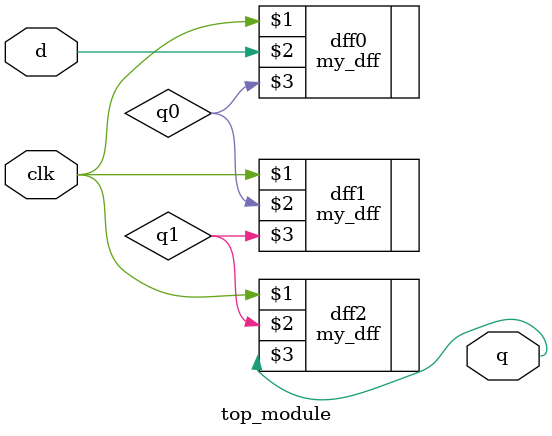
<source format=v>
module top_module ( input clk, input d, output q );
	wire q0, q1;
    my_dff dff0( clk, d, q0);
    my_dff dff1( clk, q0, q1);
    my_dff dff2( clk, q1, q);
endmodule

</source>
